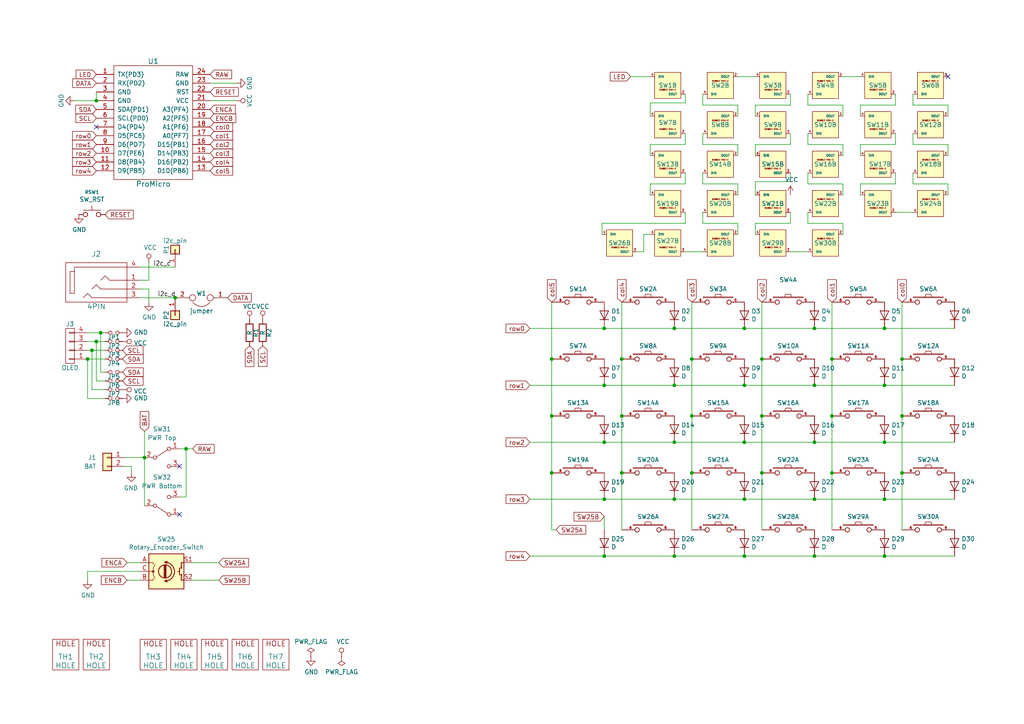
<source format=kicad_sch>
(kicad_sch (version 20211123) (generator eeschema)
  (paper "A4")
  (junction (at 195.58 128.27))
  (junction (at 50.8 86.36))
  (junction (at 160.02 120.65))
  (junction (at 41.91 132.715))
  (junction (at 261.62 104.14))
  (junction (at 195.58 111.76))
  (junction (at 256.54 128.27))
  (junction (at 256.54 161.29))
  (junction (at 160.02 104.14))
  (junction (at 27.94 99.06))
  (junction (at 29.21 96.52))
  (junction (at 200.66 104.14))
  (junction (at 236.22 128.27))
  (junction (at 220.98 137.16))
  (junction (at 236.22 95.25))
  (junction (at 160.02 137.16))
  (junction (at 175.26 128.27))
  (junction (at 195.58 95.25))
  (junction (at 256.54 111.76))
  (junction (at 200.66 137.16))
  (junction (at 261.62 137.16))
  (junction (at 220.98 104.14))
  (junction (at 236.22 111.76))
  (junction (at 175.26 144.78))
  (junction (at 180.34 104.14))
  (junction (at 256.54 95.25))
  (junction (at 215.9 95.25))
  (junction (at 241.3 120.65))
  (junction (at 215.9 128.27))
  (junction (at 195.58 144.78))
  (junction (at 236.22 144.78))
  (junction (at 215.9 144.78))
  (junction (at 175.26 111.76))
  (junction (at 27.94 29.21))
  (junction (at 175.26 95.25))
  (junction (at 220.98 120.65))
  (junction (at 200.66 120.65))
  (junction (at 195.58 161.29))
  (junction (at 25.4 104.14))
  (junction (at 180.34 137.16))
  (junction (at 53.975 130.175))
  (junction (at 256.54 144.78))
  (junction (at 241.3 104.14))
  (junction (at 26.67 101.6))
  (junction (at 215.9 111.76))
  (junction (at 241.3 137.16))
  (junction (at 180.34 120.65))
  (junction (at 215.9 161.29))
  (junction (at 175.26 161.29))
  (junction (at 236.22 161.29))
  (junction (at 261.62 120.65))
  (no_connect (at 52.07 135.255))
  (no_connect (at 52.07 149.225))
  (no_connect (at 27.94 36.83))
  (no_connect (at 274.955 22.225))
  (wire (pts (xy 160.02 120.65) (xy 160.02 137.16)))
  (wire (pts (xy 175.26 149.86) (xy 175.26 153.67)))
  (wire (pts (xy 215.9 128.27) (xy 236.22 128.27)))
  (wire (pts (xy 234.315 30.48) (xy 234.315 27.305)))
  (wire (pts (xy 40.64 86.36) (xy 50.8 86.36)))
  (wire (pts (xy 41.91 125.095) (xy 41.91 132.715)))
  (wire (pts (xy 175.26 161.29) (xy 195.58 161.29)))
  (wire (pts (xy 203.835 30.48) (xy 203.835 27.305)))
  (wire (pts (xy 203.835 41.91) (xy 203.835 38.735)))
  (wire (pts (xy 203.835 53.34) (xy 203.835 50.165)))
  (wire (pts (xy 256.54 128.27) (xy 276.86 128.27)))
  (wire (pts (xy 213.995 64.77) (xy 203.835 64.77)))
  (wire (pts (xy 184.785 73.025) (xy 186.69 73.025)))
  (wire (pts (xy 229.235 27.305) (xy 229.235 30.48)))
  (wire (pts (xy 60.96 29.21) (xy 68.58 29.21)))
  (wire (pts (xy 25.4 99.06) (xy 27.94 99.06)))
  (wire (pts (xy 52.07 144.145) (xy 53.975 144.145)))
  (wire (pts (xy 186.69 67.945) (xy 188.595 67.945)))
  (wire (pts (xy 188.595 41.91) (xy 188.595 45.085)))
  (wire (pts (xy 220.98 120.65) (xy 220.98 137.16)))
  (wire (pts (xy 52.07 130.175) (xy 53.975 130.175)))
  (wire (pts (xy 198.755 50.165) (xy 198.755 53.34)))
  (wire (pts (xy 25.4 115.57) (xy 30.48 115.57)))
  (wire (pts (xy 27.94 110.49) (xy 30.48 110.49)))
  (wire (pts (xy 274.955 45.085) (xy 274.955 41.91)))
  (wire (pts (xy 236.22 128.27) (xy 256.54 128.27)))
  (wire (pts (xy 160.02 153.67) (xy 161.29 153.67)))
  (wire (pts (xy 215.9 111.76) (xy 236.22 111.76)))
  (wire (pts (xy 53.975 144.145) (xy 53.975 130.175)))
  (wire (pts (xy 55.88 163.195) (xy 63.5 163.195)))
  (wire (pts (xy 41.91 132.715) (xy 41.91 146.685)))
  (wire (pts (xy 241.3 137.16) (xy 241.3 120.65)))
  (wire (pts (xy 43.18 81.28) (xy 40.64 81.28)))
  (wire (pts (xy 213.995 33.655) (xy 213.995 30.48)))
  (wire (pts (xy 244.475 64.77) (xy 234.315 64.77)))
  (wire (pts (xy 27.94 26.67) (xy 27.94 29.21)))
  (wire (pts (xy 200.66 104.14) (xy 200.66 120.65)))
  (wire (pts (xy 234.315 64.77) (xy 234.315 61.595)))
  (wire (pts (xy 213.995 30.48) (xy 203.835 30.48)))
  (wire (pts (xy 256.54 161.29) (xy 276.86 161.29)))
  (wire (pts (xy 38.1 137.16) (xy 38.1 135.255)))
  (wire (pts (xy 219.075 41.91) (xy 219.075 45.085)))
  (wire (pts (xy 195.58 128.27) (xy 175.26 128.27)))
  (wire (pts (xy 25.4 104.14) (xy 25.4 115.57)))
  (wire (pts (xy 198.755 41.91) (xy 188.595 41.91)))
  (wire (pts (xy 198.755 73.025) (xy 203.835 73.025)))
  (wire (pts (xy 195.58 95.25) (xy 215.9 95.25)))
  (wire (pts (xy 40.64 77.47) (xy 50.8 77.47)))
  (wire (pts (xy 198.755 64.77) (xy 174.625 64.77)))
  (wire (pts (xy 229.235 52.705) (xy 219.075 52.705)))
  (wire (pts (xy 229.235 61.595) (xy 229.235 64.77)))
  (wire (pts (xy 160.02 87.63) (xy 160.02 104.14)))
  (wire (pts (xy 244.475 53.34) (xy 234.315 53.34)))
  (wire (pts (xy 43.18 83.82) (xy 43.18 87.63)))
  (wire (pts (xy 188.595 53.34) (xy 188.595 56.515)))
  (wire (pts (xy 249.555 30.48) (xy 249.555 33.655)))
  (wire (pts (xy 198.755 53.34) (xy 188.595 53.34)))
  (wire (pts (xy 261.62 104.14) (xy 261.62 87.63)))
  (wire (pts (xy 256.54 95.25) (xy 276.86 95.25)))
  (wire (pts (xy 186.69 73.025) (xy 186.69 67.945)))
  (wire (pts (xy 261.62 120.65) (xy 261.62 104.14)))
  (wire (pts (xy 249.555 53.34) (xy 249.555 56.515)))
  (wire (pts (xy 40.64 165.735) (xy 25.4 165.735)))
  (wire (pts (xy 160.02 104.14) (xy 160.02 120.65)))
  (wire (pts (xy 182.88 22.225) (xy 188.595 22.225)))
  (wire (pts (xy 244.475 56.515) (xy 244.475 53.34)))
  (wire (pts (xy 25.4 101.6) (xy 26.67 101.6)))
  (wire (pts (xy 229.235 30.48) (xy 219.075 30.48)))
  (wire (pts (xy 264.795 41.91) (xy 264.795 38.735)))
  (wire (pts (xy 195.58 95.25) (xy 175.26 95.25)))
  (wire (pts (xy 259.715 53.34) (xy 249.555 53.34)))
  (wire (pts (xy 53.975 130.175) (xy 55.88 130.175)))
  (wire (pts (xy 259.715 61.595) (xy 264.795 61.595)))
  (wire (pts (xy 195.58 161.29) (xy 215.9 161.29)))
  (wire (pts (xy 200.66 137.16) (xy 200.66 153.67)))
  (wire (pts (xy 36.83 163.195) (xy 40.64 163.195)))
  (wire (pts (xy 256.54 95.25) (xy 236.22 95.25)))
  (wire (pts (xy 198.755 38.735) (xy 198.755 41.91)))
  (wire (pts (xy 213.995 41.91) (xy 203.835 41.91)))
  (wire (pts (xy 259.715 38.735) (xy 259.715 41.91)))
  (wire (pts (xy 175.26 95.25) (xy 153.67 95.25)))
  (wire (pts (xy 229.235 41.91) (xy 219.075 41.91)))
  (wire (pts (xy 249.555 41.91) (xy 249.555 45.085)))
  (wire (pts (xy 219.075 64.77) (xy 219.075 67.945)))
  (wire (pts (xy 180.34 137.16) (xy 180.34 153.67)))
  (wire (pts (xy 38.1 135.255) (xy 36.195 135.255)))
  (wire (pts (xy 29.21 96.52) (xy 30.48 96.52)))
  (wire (pts (xy 220.98 104.14) (xy 220.98 120.65)))
  (wire (pts (xy 274.955 53.34) (xy 264.795 53.34)))
  (wire (pts (xy 229.235 73.025) (xy 234.315 73.025)))
  (wire (pts (xy 213.995 45.085) (xy 213.995 41.91)))
  (wire (pts (xy 180.34 87.63) (xy 180.34 104.14)))
  (wire (pts (xy 36.195 132.715) (xy 41.91 132.715)))
  (wire (pts (xy 25.4 96.52) (xy 29.21 96.52)))
  (wire (pts (xy 195.58 111.76) (xy 215.9 111.76)))
  (wire (pts (xy 174.625 64.77) (xy 174.625 67.945)))
  (wire (pts (xy 219.075 30.48) (xy 219.075 33.655)))
  (wire (pts (xy 256.54 111.76) (xy 276.86 111.76)))
  (wire (pts (xy 36.83 168.275) (xy 40.64 168.275)))
  (wire (pts (xy 29.21 107.95) (xy 30.48 107.95)))
  (wire (pts (xy 203.835 64.77) (xy 203.835 61.595)))
  (wire (pts (xy 180.34 120.65) (xy 180.34 137.16)))
  (wire (pts (xy 259.715 30.48) (xy 249.555 30.48)))
  (wire (pts (xy 241.3 87.63) (xy 241.3 104.14)))
  (wire (pts (xy 213.995 67.945) (xy 213.995 64.77)))
  (wire (pts (xy 236.22 161.29) (xy 256.54 161.29)))
  (wire (pts (xy 26.67 101.6) (xy 26.67 113.03)))
  (wire (pts (xy 241.3 104.14) (xy 241.3 120.65)))
  (wire (pts (xy 27.94 29.21) (xy 21.59 29.21)))
  (wire (pts (xy 244.475 33.655) (xy 244.475 30.48)))
  (wire (pts (xy 200.66 120.65) (xy 200.66 137.16)))
  (wire (pts (xy 26.67 101.6) (xy 30.48 101.6)))
  (wire (pts (xy 274.955 41.91) (xy 264.795 41.91)))
  (wire (pts (xy 274.955 33.655) (xy 274.955 30.48)))
  (wire (pts (xy 27.94 99.06) (xy 30.48 99.06)))
  (wire (pts (xy 195.58 111.76) (xy 175.26 111.76)))
  (wire (pts (xy 30.48 104.14) (xy 25.4 104.14)))
  (wire (pts (xy 43.18 76.2) (xy 43.18 81.28)))
  (wire (pts (xy 60.96 24.13) (xy 68.58 24.13)))
  (wire (pts (xy 213.995 22.225) (xy 219.075 22.225)))
  (wire (pts (xy 229.235 38.735) (xy 229.235 41.91)))
  (wire (pts (xy 234.315 41.91) (xy 234.315 38.735)))
  (wire (pts (xy 244.475 30.48) (xy 234.315 30.48)))
  (wire (pts (xy 264.795 53.34) (xy 264.795 50.165)))
  (wire (pts (xy 27.94 99.06) (xy 27.94 110.49)))
  (wire (pts (xy 261.62 120.65) (xy 261.62 137.16)))
  (wire (pts (xy 236.22 111.76) (xy 256.54 111.76)))
  (wire (pts (xy 219.075 52.705) (xy 219.075 56.515)))
  (wire (pts (xy 29.21 96.52) (xy 29.21 107.95)))
  (wire (pts (xy 40.64 83.82) (xy 43.18 83.82)))
  (wire (pts (xy 261.62 137.16) (xy 261.62 153.67)))
  (wire (pts (xy 175.26 111.76) (xy 153.67 111.76)))
  (wire (pts (xy 259.715 50.165) (xy 259.715 53.34)))
  (wire (pts (xy 259.715 41.91) (xy 249.555 41.91)))
  (wire (pts (xy 26.67 113.03) (xy 30.48 113.03)))
  (wire (pts (xy 256.54 144.78) (xy 276.86 144.78)))
  (wire (pts (xy 188.595 29.845) (xy 188.595 33.655)))
  (wire (pts (xy 195.58 144.78) (xy 215.9 144.78)))
  (wire (pts (xy 274.955 56.515) (xy 274.955 53.34)))
  (wire (pts (xy 180.34 104.14) (xy 180.34 120.65)))
  (wire (pts (xy 259.715 27.305) (xy 259.715 30.48)))
  (wire (pts (xy 153.67 161.29) (xy 175.26 161.29)))
  (wire (pts (xy 264.795 30.48) (xy 264.795 27.305)))
  (wire (pts (xy 244.475 41.91) (xy 234.315 41.91)))
  (wire (pts (xy 195.58 144.78) (xy 175.26 144.78)))
  (wire (pts (xy 213.995 53.34) (xy 203.835 53.34)))
  (wire (pts (xy 241.3 137.16) (xy 241.3 153.67)))
  (wire (pts (xy 200.66 87.63) (xy 200.66 104.14)))
  (wire (pts (xy 215.9 144.78) (xy 236.22 144.78)))
  (wire (pts (xy 198.755 27.305) (xy 198.755 29.845)))
  (wire (pts (xy 220.98 137.16) (xy 220.98 153.67)))
  (wire (pts (xy 244.475 45.085) (xy 244.475 41.91)))
  (wire (pts (xy 215.9 161.29) (xy 236.22 161.29)))
  (wire (pts (xy 229.235 64.77) (xy 219.075 64.77)))
  (wire (pts (xy 244.475 22.225) (xy 249.555 22.225)))
  (wire (pts (xy 274.955 30.48) (xy 264.795 30.48)))
  (wire (pts (xy 229.235 50.165) (xy 229.235 52.705)))
  (wire (pts (xy 198.755 61.595) (xy 198.755 64.77)))
  (wire (pts (xy 234.315 53.34) (xy 234.315 50.165)))
  (wire (pts (xy 220.98 87.63) (xy 220.98 104.14)))
  (wire (pts (xy 215.9 95.25) (xy 236.22 95.25)))
  (wire (pts (xy 175.26 128.27) (xy 153.67 128.27)))
  (wire (pts (xy 244.475 67.945) (xy 244.475 64.77)))
  (wire (pts (xy 25.4 165.735) (xy 25.4 168.275)))
  (wire (pts (xy 160.02 137.16) (xy 160.02 153.67)))
  (wire (pts (xy 55.88 168.275) (xy 63.5 168.275)))
  (wire (pts (xy 213.995 56.515) (xy 213.995 53.34)))
  (wire (pts (xy 236.22 144.78) (xy 256.54 144.78)))
  (wire (pts (xy 198.755 29.845) (xy 188.595 29.845)))
  (wire (pts (xy 195.58 128.27) (xy 215.9 128.27)))
  (wire (pts (xy 175.26 144.78) (xy 153.67 144.78)))
  (label "i2c_d" (at 45.72 86.36 0))
  (label "i2c_c" (at 44.45 77.47 0))
  (global_label "col2" (shape input) (at 220.98 87.63 90) (property "Intersheet References" "${INTERSHEET_REFS}" (effects hide)))
  (global_label "DATA" (shape input) (at 66.04 86.36 0) (property "Intersheet References" "${INTERSHEET_REFS}" (effects hide)))
  (global_label "RESET" (shape input) (at 30.48 62.23 0) (property "Intersheet References" "${INTERSHEET_REFS}" (effects hide)))
  (global_label "col4" (shape input) (at 60.96 46.99 0) (property "Intersheet References" "${INTERSHEET_REFS}" (effects hide)))
  (global_label "ENCA" (shape input) (at 60.96 31.75 0) (property "Intersheet References" "${INTERSHEET_REFS}" (effects hide)))
  (global_label "RESET" (shape input) (at 60.96 26.67 0) (property "Intersheet References" "${INTERSHEET_REFS}" (effects hide)))
  (global_label "row3" (shape input) (at 153.67 144.78 180) (property "Intersheet References" "${INTERSHEET_REFS}" (effects hide)))
  (global_label "row1" (shape input) (at 153.67 111.76 180) (property "Intersheet References" "${INTERSHEET_REFS}" (effects hide)))
  (global_label "col0" (shape input) (at 60.96 36.83 0) (property "Intersheet References" "${INTERSHEET_REFS}" (effects hide)))
  (global_label "LED" (shape input) (at 27.94 21.59 180) (property "Intersheet References" "${INTERSHEET_REFS}" (effects hide)))
  (global_label "ENCB" (shape input) (at 60.96 34.29 0) (property "Intersheet References" "${INTERSHEET_REFS}" (effects hide)))
  (global_label "SW25B" (shape input) (at 175.26 149.86 180) (property "Intersheet References" "${INTERSHEET_REFS}" (effects hide)))
  (global_label "ENCA" (shape input) (at 36.83 163.195 180) (property "Intersheet References" "${INTERSHEET_REFS}" (effects hide)))
  (global_label "SCL" (shape input) (at 76.2 100.33 270) (property "Intersheet References" "${INTERSHEET_REFS}" (effects hide)))
  (global_label "col2" (shape input) (at 60.96 41.91 0) (property "Intersheet References" "${INTERSHEET_REFS}" (effects hide)))
  (global_label "row4" (shape input) (at 27.94 49.53 180) (property "Intersheet References" "${INTERSHEET_REFS}" (effects hide)))
  (global_label "col3" (shape input) (at 200.66 87.63 90) (property "Intersheet References" "${INTERSHEET_REFS}" (effects hide)))
  (global_label "SDA" (shape input) (at 35.56 107.95 0) (property "Intersheet References" "${INTERSHEET_REFS}" (effects hide)))
  (global_label "SCL" (shape input) (at 35.56 101.6 0) (property "Intersheet References" "${INTERSHEET_REFS}" (effects hide)))
  (global_label "SCL" (shape input) (at 27.94 34.29 180) (property "Intersheet References" "${INTERSHEET_REFS}" (effects hide)))
  (global_label "DATA" (shape input) (at 27.94 24.13 180) (property "Intersheet References" "${INTERSHEET_REFS}" (effects hide)))
  (global_label "SW25B" (shape input) (at 63.5 168.275 0) (property "Intersheet References" "${INTERSHEET_REFS}" (effects hide)))
  (global_label "SW25A" (shape input) (at 161.29 153.67 0) (property "Intersheet References" "${INTERSHEET_REFS}" (effects hide)))
  (global_label "BAT" (shape input) (at 41.91 125.095 90) (property "Intersheet References" "${INTERSHEET_REFS}" (effects hide)))
  (global_label "row4" (shape input) (at 153.67 161.29 180) (property "Intersheet References" "${INTERSHEET_REFS}" (effects hide)))
  (global_label "SW25A" (shape input) (at 63.5 163.195 0) (property "Intersheet References" "${INTERSHEET_REFS}" (effects hide)))
  (global_label "row2" (shape input) (at 153.67 128.27 180) (property "Intersheet References" "${INTERSHEET_REFS}" (effects hide)))
  (global_label "row0" (shape input) (at 27.94 39.37 180) (property "Intersheet References" "${INTERSHEET_REFS}" (effects hide)))
  (global_label "col5" (shape input) (at 60.96 49.53 0) (property "Intersheet References" "${INTERSHEET_REFS}" (effects hide)))
  (global_label "SDA" (shape input) (at 27.94 31.75 180) (property "Intersheet References" "${INTERSHEET_REFS}" (effects hide)))
  (global_label "RAW" (shape input) (at 60.96 21.59 0) (property "Intersheet References" "${INTERSHEET_REFS}" (effects hide)))
  (global_label "row1" (shape input) (at 27.94 41.91 180) (property "Intersheet References" "${INTERSHEET_REFS}" (effects hide)))
  (global_label "row0" (shape input) (at 153.67 95.25 180) (property "Intersheet References" "${INTERSHEET_REFS}" (effects hide)))
  (global_label "SDA" (shape input) (at 72.39 100.33 270) (property "Intersheet References" "${INTERSHEET_REFS}" (effects hide)))
  (global_label "col1" (shape input) (at 60.96 39.37 0) (property "Intersheet References" "${INTERSHEET_REFS}" (effects hide)))
  (global_label "LED" (shape input) (at 182.88 22.225 180) (property "Intersheet References" "${INTERSHEET_REFS}" (effects hide)))
  (global_label "SCL" (shape input) (at 35.56 110.49 0) (property "Intersheet References" "${INTERSHEET_REFS}" (effects hide)))
  (global_label "row2" (shape input) (at 27.94 44.45 180) (property "Intersheet References" "${INTERSHEET_REFS}" (effects hide)))
  (global_label "RAW" (shape input) (at 55.88 130.175 0) (property "Intersheet References" "${INTERSHEET_REFS}" (effects hide)))
  (global_label "col1" (shape input) (at 241.3 87.63 90) (property "Intersheet References" "${INTERSHEET_REFS}" (effects hide)))
  (global_label "ENCB" (shape input) (at 36.83 168.275 180) (property "Intersheet References" "${INTERSHEET_REFS}" (effects hide)))
  (global_label "col5" (shape input) (at 160.02 87.63 90) (property "Intersheet References" "${INTERSHEET_REFS}" (effects hide)))
  (global_label "col3" (shape input) (at 60.96 44.45 0) (property "Intersheet References" "${INTERSHEET_REFS}" (effects hide)))
  (global_label "row3" (shape input) (at 27.94 46.99 180) (property "Intersheet References" "${INTERSHEET_REFS}" (effects hide)))
  (global_label "col0" (shape input) (at 261.62 87.63 90) (property "Intersheet References" "${INTERSHEET_REFS}" (effects hide)))
  (global_label "col4" (shape input) (at 180.34 87.63 90) (property "Intersheet References" "${INTERSHEET_REFS}" (effects hide)))
  (global_label "SDA" (shape input) (at 35.56 104.14 0) (property "Intersheet References" "${INTERSHEET_REFS}" (effects hide)))
  (symbol (lib_id "SofleKeyboard-rescue:ProMicro_2-Lily58-cache-Lily58_Pro-rescue") (at 44.45 35.56 0) (unit 1)
    (property "Reference" "U1" (at 44.45 17.78 0) (effects (font (size 1.524 1.524))))
    (property "Value" "ProMicro" (at 44.45 53.34 0) (effects (font (size 1.524 1.524))))
    (property "Footprint" "SofleKeyboard-footprint:ProMicro" (effects hide))
  )
  (symbol (lib_id "SofleKeyboard:SW_PUSH_LED") (at 187.96 153.67 0) (unit 1)
    (property "Reference" "SW26" (at 187.96 149.86 0))
    (property "Value" "SW_PUSH_LED" (effects hide))
    (property "Footprint" "SofleChoc:Choc_Hotswap_SK6812MiniE" (effects hide))
  )
  (symbol (lib_id "SofleKeyboard:SW_PUSH_LED") (at 167.64 87.63 0) (unit 1)
    (property "Reference" "SW1" (at 167.64 83.82 0))
    (property "Value" "SW_PUSH_LED" (effects hide))
    (property "Footprint" "SofleChoc:Choc_Hotswap_SK6812MiniE" (effects hide))
  )
  (symbol (lib_id "SofleKeyboard-rescue:D-Lily58-cache-Lily58_Pro-rescue") (at 175.26 91.44 90) (unit 1)
    (property "Reference" "D1" (at 177.2666 90.2716 90) (effects (justify right)))
    (property "Value" "D" (at 177.2666 92.583 90) (effects (justify right)))
    (property "Footprint" "Diode_SMD:crkbd-diode" (effects hide))
  )
  (symbol (lib_id "SofleKeyboard:SW_PUSH_LED") (at 187.96 87.63 0) (unit 1)
    (property "Reference" "SW2" (at 187.96 83.82 0))
    (property "Value" "SW_PUSH_LED" (effects hide))
    (property "Footprint" "SofleChoc:Choc_Hotswap_SK6812MiniE" (effects hide))
  )
  (symbol (lib_id "SofleKeyboard-rescue:D-Lily58-cache-Lily58_Pro-rescue") (at 195.58 91.44 90) (unit 1)
    (property "Reference" "D2" (at 197.5866 90.2716 90) (effects (justify right)))
    (property "Value" "D" (at 197.5866 92.583 90) (effects (justify right)))
    (property "Footprint" "Diode_SMD:crkbd-diode" (effects hide))
  )
  (symbol (lib_id "SofleKeyboard:SW_PUSH_LED") (at 208.28 87.63 0) (unit 1)
    (property "Reference" "SW3" (at 208.28 83.82 0))
    (property "Value" "SW_PUSH_LED" (effects hide))
    (property "Footprint" "SofleChoc:Choc_Hotswap_SK6812MiniE" (effects hide))
  )
  (symbol (lib_id "SofleKeyboard-rescue:D-Lily58-cache-Lily58_Pro-rescue") (at 215.9 91.44 90) (unit 1)
    (property "Reference" "D3" (at 217.9066 90.2716 90) (effects (justify right)))
    (property "Value" "D" (at 217.9066 92.583 90) (effects (justify right)))
    (property "Footprint" "Diode_SMD:crkbd-diode" (effects hide))
  )
  (symbol (lib_id "SofleKeyboard:SW_PUSH_LED") (at 228.6 87.63 0) (unit 1)
    (property "Reference" "SW4" (at 228.6 81.153 0))
    (property "Value" "SW_PUSH_LED" (effects hide))
    (property "Footprint" "SofleChoc:Choc_Hotswap_SK6812MiniE" (effects hide))
  )
  (symbol (lib_id "SofleKeyboard-rescue:D-Lily58-cache-Lily58_Pro-rescue") (at 236.22 91.44 90) (unit 1)
    (property "Reference" "D4" (at 238.2266 90.2716 90) (effects (justify right)))
    (property "Value" "D" (at 238.2266 92.583 90) (effects (justify right)))
    (property "Footprint" "Diode_SMD:crkbd-diode" (effects hide))
  )
  (symbol (lib_id "SofleKeyboard:SW_PUSH_LED") (at 248.92 87.63 0) (unit 1)
    (property "Reference" "SW5" (at 248.92 83.82 0))
    (property "Value" "SW_PUSH_LED" (effects hide))
    (property "Footprint" "SofleChoc:Choc_Hotswap_SK6812MiniE" (effects hide))
  )
  (symbol (lib_id "SofleKeyboard-rescue:D-Lily58-cache-Lily58_Pro-rescue") (at 256.54 91.44 90) (unit 1)
    (property "Reference" "D5" (at 258.5466 90.2716 90) (effects (justify right)))
    (property "Value" "D" (at 258.5466 92.583 90) (effects (justify right)))
    (property "Footprint" "Diode_SMD:crkbd-diode" (effects hide))
  )
  (symbol (lib_id "SofleKeyboard:SW_PUSH_LED") (at 269.24 87.63 0) (unit 1)
    (property "Reference" "SW6" (at 269.24 83.82 0))
    (property "Value" "SW_PUSH_LED" (effects hide))
    (property "Footprint" "SofleChoc:Choc_Hotswap_SK6812MiniE" (effects hide))
  )
  (symbol (lib_id "SofleKeyboard-rescue:D-Lily58-cache-Lily58_Pro-rescue") (at 276.86 91.44 90) (unit 1)
    (property "Reference" "D6" (at 278.8666 90.2716 90) (effects (justify right)))
    (property "Value" "D" (at 278.8666 92.583 90) (effects (justify right)))
    (property "Footprint" "Diode_SMD:crkbd-diode" (effects hide))
  )
  (symbol (lib_id "SofleKeyboard:SW_PUSH_LED") (at 187.96 104.14 0) (unit 1)
    (property "Reference" "SW8" (at 187.96 100.33 0))
    (property "Value" "SW_PUSH_LED" (effects hide))
    (property "Footprint" "SofleChoc:Choc_Hotswap_SK6812MiniE" (effects hide))
  )
  (symbol (lib_id "SofleKeyboard:SW_PUSH_LED") (at 208.28 104.14 0) (unit 1)
    (property "Reference" "SW9" (at 208.28 100.33 0))
    (property "Value" "SW_PUSH_LED" (effects hide))
    (property "Footprint" "SofleChoc:Choc_Hotswap_SK6812MiniE" (effects hide))
  )
  (symbol (lib_id "SofleKeyboard:SW_PUSH_LED") (at 228.6 104.14 0) (unit 1)
    (property "Reference" "SW10" (at 228.6 100.33 0))
    (property "Value" "SW_PUSH_LED" (effects hide))
    (property "Footprint" "SofleChoc:Choc_Hotswap_SK6812MiniE" (effects hide))
  )
  (symbol (lib_id "SofleKeyboard:SW_PUSH_LED") (at 248.92 104.14 0) (unit 1)
    (property "Reference" "SW11" (at 248.92 100.33 0))
    (property "Value" "SW_PUSH_LED" (effects hide))
    (property "Footprint" "SofleChoc:Choc_Hotswap_SK6812MiniE" (effects hide))
  )
  (symbol (lib_id "SofleKeyboard:SW_PUSH_LED") (at 269.24 104.14 0) (unit 1)
    (property "Reference" "SW12" (at 269.24 100.33 0))
    (property "Value" "SW_PUSH_LED" (effects hide))
    (property "Footprint" "SofleChoc:Choc_Hotswap_SK6812MiniE" (effects hide))
  )
  (symbol (lib_id "SofleKeyboard:SW_PUSH_LED") (at 167.64 104.14 0) (unit 1)
    (property "Reference" "SW7" (at 167.64 100.33 0))
    (property "Value" "SW_PUSH_LED" (effects hide))
    (property "Footprint" "SofleChoc:Choc_Hotswap_SK6812MiniE" (effects hide))
  )
  (symbol (lib_id "SofleKeyboard-rescue:D-Lily58-cache-Lily58_Pro-rescue") (at 175.26 107.95 90) (unit 1)
    (property "Reference" "D7" (at 177.2666 106.7816 90) (effects (justify right)))
    (property "Value" "D" (at 177.2666 109.093 90) (effects (justify right)))
    (property "Footprint" "Diode_SMD:crkbd-diode" (effects hide))
  )
  (symbol (lib_id "SofleKeyboard-rescue:D-Lily58-cache-Lily58_Pro-rescue") (at 195.58 107.95 90) (unit 1)
    (property "Reference" "D8" (at 197.5866 106.7816 90) (effects (justify right)))
    (property "Value" "D" (at 197.5866 109.093 90) (effects (justify right)))
    (property "Footprint" "Diode_SMD:crkbd-diode" (effects hide))
  )
  (symbol (lib_id "SofleKeyboard-rescue:D-Lily58-cache-Lily58_Pro-rescue") (at 215.9 107.95 90) (unit 1)
    (property "Reference" "D9" (at 217.9066 106.7816 90) (effects (justify right)))
    (property "Value" "D" (at 217.9066 109.093 90) (effects (justify right)))
    (property "Footprint" "Diode_SMD:crkbd-diode" (effects hide))
  )
  (symbol (lib_id "SofleKeyboard-rescue:D-Lily58-cache-Lily58_Pro-rescue") (at 236.22 107.95 90) (unit 1)
    (property "Reference" "D10" (at 238.2266 106.7816 90) (effects (justify right)))
    (property "Value" "D" (at 238.2266 109.093 90) (effects (justify right)))
    (property "Footprint" "Diode_SMD:crkbd-diode" (effects hide))
  )
  (symbol (lib_id "SofleKeyboard-rescue:D-Lily58-cache-Lily58_Pro-rescue") (at 256.54 107.95 90) (unit 1)
    (property "Reference" "D11" (at 258.5466 106.7816 90) (effects (justify right)))
    (property "Value" "D" (at 258.5466 109.093 90) (effects (justify right)))
    (property "Footprint" "Diode_SMD:crkbd-diode" (effects hide))
  )
  (symbol (lib_id "SofleKeyboard-rescue:D-Lily58-cache-Lily58_Pro-rescue") (at 276.86 107.95 90) (unit 1)
    (property "Reference" "D12" (at 278.8666 106.7816 90) (effects (justify right)))
    (property "Value" "D" (at 278.8666 109.093 90) (effects (justify right)))
    (property "Footprint" "Diode_SMD:crkbd-diode" (effects hide))
  )
  (symbol (lib_id "SofleKeyboard:SW_PUSH_LED") (at 167.64 120.65 0) (unit 1)
    (property "Reference" "SW13" (at 167.64 116.84 0))
    (property "Value" "SW_PUSH_LED" (effects hide))
    (property "Footprint" "SofleChoc:Choc_Hotswap_SK6812MiniE" (effects hide))
  )
  (symbol (lib_id "SofleKeyboard:SW_PUSH_LED") (at 187.96 120.65 0) (unit 1)
    (property "Reference" "SW14" (at 187.96 116.84 0))
    (property "Value" "SW_PUSH_LED" (effects hide))
    (property "Footprint" "SofleChoc:Choc_Hotswap_SK6812MiniE" (effects hide))
  )
  (symbol (lib_id "SofleKeyboard:SW_PUSH_LED") (at 208.28 120.65 0) (unit 1)
    (property "Reference" "SW15" (at 208.28 116.84 0))
    (property "Value" "SW_PUSH_LED" (effects hide))
    (property "Footprint" "SofleChoc:Choc_Hotswap_SK6812MiniE" (effects hide))
  )
  (symbol (lib_id "SofleKeyboard:SW_PUSH_LED") (at 228.6 120.65 0) (unit 1)
    (property "Reference" "SW16" (at 228.6 116.84 0))
    (property "Value" "SW_PUSH_LED" (effects hide))
    (property "Footprint" "SofleChoc:Choc_Hotswap_SK6812MiniE" (effects hide))
  )
  (symbol (lib_id "SofleKeyboard:SW_PUSH_LED") (at 248.92 120.65 0) (unit 1)
    (property "Reference" "SW17" (at 248.92 116.84 0))
    (property "Value" "SW_PUSH_LED" (effects hide))
    (property "Footprint" "SofleChoc:Choc_Hotswap_SK6812MiniE" (effects hide))
  )
  (symbol (lib_id "SofleKeyboard:SW_PUSH_LED") (at 269.24 120.65 0) (unit 1)
    (property "Reference" "SW18" (at 269.24 116.84 0))
    (property "Value" "SW_PUSH_LED" (effects hide))
    (property "Footprint" "SofleChoc:Choc_Hotswap_SK6812MiniE" (effects hide))
  )
  (symbol (lib_id "SofleKeyboard-rescue:D-Lily58-cache-Lily58_Pro-rescue") (at 175.26 124.46 90) (unit 1)
    (property "Reference" "D13" (at 177.2666 123.2916 90) (effects (justify right)))
    (property "Value" "D" (at 177.2666 125.603 90) (effects (justify right)))
    (property "Footprint" "Diode_SMD:crkbd-diode" (effects hide))
  )
  (symbol (lib_id "SofleKeyboard-rescue:D-Lily58-cache-Lily58_Pro-rescue") (at 195.58 124.46 90) (unit 1)
    (property "Reference" "D14" (at 197.5866 123.2916 90) (effects (justify right)))
    (property "Value" "D" (at 197.5866 125.603 90) (effects (justify right)))
    (property "Footprint" "Diode_SMD:crkbd-diode" (effects hide))
  )
  (symbol (lib_id "SofleKeyboard-rescue:D-Lily58-cache-Lily58_Pro-rescue") (at 215.9 124.46 90) (unit 1)
    (property "Reference" "D15" (at 217.9066 123.2916 90) (effects (justify right)))
    (property "Value" "D" (at 217.9066 125.603 90) (effects (justify right)))
    (property "Footprint" "Diode_SMD:crkbd-diode" (effects hide))
  )
  (symbol (lib_id "SofleKeyboard-rescue:D-Lily58-cache-Lily58_Pro-rescue") (at 236.22 124.46 90) (unit 1)
    (property "Reference" "D16" (at 238.2266 123.2916 90) (effects (justify right)))
    (property "Value" "D" (at 238.2266 125.603 90) (effects (justify right)))
    (property "Footprint" "Diode_SMD:crkbd-diode" (effects hide))
  )
  (symbol (lib_id "SofleKeyboard-rescue:D-Lily58-cache-Lily58_Pro-rescue") (at 256.54 124.46 90) (unit 1)
    (property "Reference" "D17" (at 258.5466 123.2916 90) (effects (justify right)))
    (property "Value" "D" (at 258.5466 125.603 90) (effects (justify right)))
    (property "Footprint" "Diode_SMD:crkbd-diode" (effects hide))
  )
  (symbol (lib_id "SofleKeyboard-rescue:D-Lily58-cache-Lily58_Pro-rescue") (at 276.86 124.46 90) (unit 1)
    (property "Reference" "D18" (at 278.8666 123.2916 90) (effects (justify right)))
    (property "Value" "D" (at 278.8666 125.603 90) (effects (justify right)))
    (property "Footprint" "Diode_SMD:crkbd-diode" (effects hide))
  )
  (symbol (lib_id "SofleKeyboard:SW_PUSH_LED") (at 208.28 137.16 0) (unit 1)
    (property "Reference" "SW21" (at 208.28 133.35 0))
    (property "Value" "SW_PUSH_LED" (effects hide))
    (property "Footprint" "SofleChoc:Choc_Hotswap_SK6812MiniE" (effects hide))
  )
  (symbol (lib_id "SofleKeyboard:SW_PUSH_LED") (at 228.6 137.16 0) (unit 1)
    (property "Reference" "SW22" (at 228.6 133.35 0))
    (property "Value" "SW_PUSH_LED" (effects hide))
    (property "Footprint" "SofleChoc:Choc_Hotswap_SK6812MiniE" (effects hide))
  )
  (symbol (lib_id "SofleKeyboard:SW_PUSH_LED") (at 248.92 137.16 0) (unit 1)
    (property "Reference" "SW23" (at 248.92 133.35 0))
    (property "Value" "SW_PUSH_LED" (effects hide))
    (property "Footprint" "SofleChoc:Choc_Hotswap_SK6812MiniE" (effects hide))
  )
  (symbol (lib_id "SofleKeyboard:SW_PUSH_LED") (at 269.24 137.16 0) (unit 1)
    (property "Reference" "SW24" (at 269.24 133.35 0))
    (property "Value" "SW_PUSH_LED" (effects hide))
    (property "Footprint" "SofleChoc:Choc_Hotswap_SK6812MiniE" (effects hide))
  )
  (symbol (lib_id "SofleKeyboard:SW_PUSH_LED") (at 187.96 137.16 0) (unit 1)
    (property "Reference" "SW20" (at 187.96 133.35 0))
    (property "Value" "SW_PUSH_LED" (effects hide))
    (property "Footprint" "SofleChoc:Choc_Hotswap_SK6812MiniE" (effects hide))
  )
  (symbol (lib_id "SofleKeyboard:SW_PUSH_LED") (at 167.64 137.16 0) (unit 1)
    (property "Reference" "SW19" (at 167.64 133.35 0))
    (property "Value" "SW_PUSH_LED" (effects hide))
    (property "Footprint" "SofleChoc:Choc_Hotswap_SK6812MiniE" (effects hide))
  )
  (symbol (lib_id "SofleKeyboard-rescue:D-Lily58-cache-Lily58_Pro-rescue") (at 175.26 140.97 90) (unit 1)
    (property "Reference" "D19" (at 177.2666 139.8016 90) (effects (justify right)))
    (property "Value" "D" (at 177.2666 142.113 90) (effects (justify right)))
    (property "Footprint" "Diode_SMD:crkbd-diode" (effects hide))
  )
  (symbol (lib_id "SofleKeyboard-rescue:D-Lily58-cache-Lily58_Pro-rescue") (at 195.58 140.97 90) (unit 1)
    (property "Reference" "D20" (at 197.5866 139.8016 90) (effects (justify right)))
    (property "Value" "D" (at 197.5866 142.113 90) (effects (justify right)))
    (property "Footprint" "Diode_SMD:crkbd-diode" (effects hide))
  )
  (symbol (lib_id "SofleKeyboard-rescue:D-Lily58-cache-Lily58_Pro-rescue") (at 215.9 140.97 90) (unit 1)
    (property "Reference" "D21" (at 217.9066 139.8016 90) (effects (justify right)))
    (property "Value" "D" (at 217.9066 142.113 90) (effects (justify right)))
    (property "Footprint" "Diode_SMD:crkbd-diode" (effects hide))
  )
  (symbol (lib_id "SofleKeyboard-rescue:D-Lily58-cache-Lily58_Pro-rescue") (at 236.22 140.97 90) (unit 1)
    (property "Reference" "D22" (at 238.2266 139.8016 90) (effects (justify right)))
    (property "Value" "D" (at 238.2266 142.113 90) (effects (justify right)))
    (property "Footprint" "Diode_SMD:crkbd-diode" (effects hide))
  )
  (symbol (lib_id "SofleKeyboard-rescue:D-Lily58-cache-Lily58_Pro-rescue") (at 256.54 140.97 90) (unit 1)
    (property "Reference" "D23" (at 258.5466 139.8016 90) (effects (justify right)))
    (property "Value" "D" (at 258.5466 142.113 90) (effects (justify right)))
    (property "Footprint" "Diode_SMD:crkbd-diode" (effects hide))
  )
  (symbol (lib_id "SofleKeyboard-rescue:D-Lily58-cache-Lily58_Pro-rescue") (at 276.86 140.97 90) (unit 1)
    (property "Reference" "D24" (at 278.8666 139.8016 90) (effects (justify right)))
    (property "Value" "D" (at 278.8666 142.113 90) (effects (justify right)))
    (property "Footprint" "Diode_SMD:crkbd-diode" (effects hide))
  )
  (symbol (lib_id "SofleKeyboard:SW_PUSH_LED") (at 208.28 153.67 0) (unit 1)
    (property "Reference" "SW27" (at 208.28 149.86 0))
    (property "Value" "SW_PUSH_LED" (effects hide))
    (property "Footprint" "SofleChoc:Choc_Hotswap_SK6812MiniE" (effects hide))
  )
  (symbol (lib_id "SofleKeyboard:SW_PUSH_LED") (at 228.6 153.67 0) (unit 1)
    (property "Reference" "SW28" (at 228.6 149.86 0))
    (property "Value" "SW_PUSH_LED" (effects hide))
    (property "Footprint" "SofleChoc:Choc_Hotswap_SK6812MiniE" (effects hide))
  )
  (symbol (lib_id "SofleKeyboard:SW_PUSH_LED") (at 248.92 153.67 0) (unit 1)
    (property "Reference" "SW29" (at 248.92 149.86 0))
    (property "Value" "SW_PUSH_LED" (effects hide))
    (property "Footprint" "SofleChoc:Choc_Hotswap_SK6812MiniE" (effects hide))
  )
  (symbol (lib_id "SofleKeyboard-rescue:D-Lily58-cache-Lily58_Pro-rescue") (at 175.26 157.48 90) (unit 1)
    (property "Reference" "D25" (at 177.2666 156.3116 90) (effects (justify right)))
    (property "Value" "D" (at 177.2666 158.623 90) (effects (justify right)))
    (property "Footprint" "Diode_SMD:crkbd-diode" (effects hide))
  )
  (symbol (lib_id "SofleKeyboard-rescue:D-Lily58-cache-Lily58_Pro-rescue") (at 195.58 157.48 90) (unit 1)
    (property "Reference" "D26" (at 197.5866 156.3116 90) (effects (justify right)))
    (property "Value" "D" (at 197.5866 158.623 90) (effects (justify right)))
    (property "Footprint" "Diode_SMD:crkbd-diode" (effects hide))
  )
  (symbol (lib_id "SofleKeyboard-rescue:D-Lily58-cache-Lily58_Pro-rescue") (at 215.9 157.48 90) (unit 1)
    (property "Reference" "D27" (at 217.9066 156.3116 90) (effects (justify right)))
    (property "Value" "D" (at 217.9066 158.623 90) (effects (justify right)))
    (property "Footprint" "Diode_SMD:crkbd-diode" (effects hide))
  )
  (symbol (lib_id "SofleKeyboard-rescue:D-Lily58-cache-Lily58_Pro-rescue") (at 236.22 157.48 90) (unit 1)
    (property "Reference" "D28" (at 238.2266 156.3116 90) (effects (justify right)))
    (property "Value" "D" (at 238.2266 158.623 90) (effects (justify right)))
    (property "Footprint" "Diode_SMD:crkbd-diode" (effects hide))
  )
  (symbol (lib_id "SofleKeyboard-rescue:D-Lily58-cache-Lily58_Pro-rescue") (at 256.54 157.48 90) (unit 1)
    (property "Reference" "D29" (at 258.5466 156.3116 90) (effects (justify right)))
    (property "Value" "D" (at 258.5466 158.623 90) (effects (justify right)))
    (property "Footprint" "Diode_SMD:crkbd-diode" (effects hide))
  )
  (symbol (lib_id "SofleKeyboard-rescue:VCC-Lily58-cache-Lily58_Pro-rescue") (at 68.58 29.21 270) (unit 1)
    (property "Reference" "#PWR04" (effects hide))
    (property "Value" "VCC" (at 72.39 29.21 0))
  )
  (symbol (lib_id "SofleKeyboard-rescue:VCC-Lily58-cache-Lily58_Pro-rescue") (at 72.39 92.71 0) (unit 1)
    (property "Reference" "#PWR05" (effects hide))
    (property "Value" "VCC" (at 72.39 88.9 0))
  )
  (symbol (lib_id "SofleKeyboard-rescue:VCC-Lily58-cache-Lily58_Pro-rescue") (at 76.2 92.71 0) (unit 1)
    (property "Reference" "#PWR06" (effects hide))
    (property "Value" "VCC" (at 76.2 88.9 0))
  )
  (symbol (lib_id "SofleKeyboard-rescue:R-Lily58-cache-Lily58_Pro-rescue") (at 72.39 96.52 0) (unit 1)
    (property "Reference" "R1" (at 74.93 96.52 90) (effects (justify bottom)))
    (property "Value" "R" (at 72.39 96.52 90))
    (property "Footprint" "SofleKeyboard-footprint:RESISTOR_mini" (effects hide))
  )
  (symbol (lib_id "SofleKeyboard-rescue:R-Lily58-cache-Lily58_Pro-rescue") (at 76.2 96.52 0) (unit 1)
    (property "Reference" "R2" (at 78.74 96.52 90) (effects (justify bottom)))
    (property "Value" "R" (at 76.2 96.52 90))
    (property "Footprint" "SofleKeyboard-footprint:RESISTOR_mini" (effects hide))
  )
  (symbol (lib_id "SofleKeyboard-rescue:MJ-4PP-9-Lily58-cache-Lily58_Pro-rescue") (at 29.21 81.28 0) (unit 1)
    (property "Reference" "J2" (at 27.94 73.66 0) (effects (font (size 1.524 1.524))))
    (property "Value" "4PIN" (at 27.94 88.9 0) (effects (font (size 1.524 1.524))))
    (property "Footprint" "SofleKeyboard-footprint:MJ-4PP-9" (effects hide))
  )
  (symbol (lib_id "SofleKeyboard-rescue:GND-Lily58-cache-Lily58_Pro-rescue") (at 22.86 62.23 0) (unit 1)
    (property "Reference" "#PWR010" (effects hide))
    (property "Value" "GND" (at 22.987 66.6242 0))
  )
  (symbol (lib_id "SofleKeyboard-rescue:PWR_FLAG-Lily58-cache-Lily58_Pro-rescue") (at 90.17 190.5 0) (unit 1)
    (property "Reference" "#FLG01" (effects hide))
    (property "Value" "PWR_FLAG" (at 90.17 186.0804 0))
  )
  (symbol (lib_id "SofleKeyboard-rescue:GND-Lily58-cache-Lily58_Pro-rescue") (at 90.17 190.5 0) (unit 1)
    (property "Reference" "#PWR012" (effects hide))
    (property "Value" "GND" (at 90.297 194.8942 0))
  )
  (symbol (lib_id "SofleKeyboard-rescue:VCC-Lily58-cache-Lily58_Pro-rescue") (at 99.06 190.5 0) (unit 1)
    (property "Reference" "#PWR013" (effects hide))
    (property "Value" "VCC" (at 99.4918 186.1058 0))
  )
  (symbol (lib_id "SofleKeyboard-rescue:PWR_FLAG-Lily58-cache-Lily58_Pro-rescue") (at 99.06 190.5 180) (unit 1)
    (property "Reference" "#FLG02" (effects hide))
    (property "Value" "PWR_FLAG" (at 99.06 194.8942 0))
  )
  (symbol (lib_id "SofleKeyboard-rescue:HOLE-Lily58-cache-Lily58_Pro-rescue") (at 19.05 190.5 0) (unit 1) (on_board no)
    (property "Reference" "TH1" (at 19.05 190.5 0) (effects (font (size 1.524 1.524))))
    (property "Value" "HOLE" (at 19.05 193.04 0) (effects (font (size 1.524 1.524))))
    (property "Footprint" "MountingHole:MountingHole_2.2mm_M2_ISO7380_Pad" (effects hide))
  )
  (symbol (lib_id "SofleKeyboard-rescue:HOLE-Lily58-cache-Lily58_Pro-rescue") (at 27.94 190.5 0) (unit 1) (on_board no)
    (property "Reference" "TH2" (at 27.94 190.5 0) (effects (font (size 1.524 1.524))))
    (property "Value" "HOLE" (at 27.94 193.04 0) (effects (font (size 1.524 1.524))))
    (property "Footprint" "MountingHole:MountingHole_2.2mm_M2_ISO7380_Pad" (effects hide))
  )
  (symbol (lib_id "SofleKeyboard-rescue:HOLE-Lily58-cache-Lily58_Pro-rescue") (at 53.34 190.5 0) (unit 1)
    (property "Reference" "TH4" (at 53.34 190.5 0) (effects (font (size 1.524 1.524))))
    (property "Value" "HOLE" (at 53.34 193.04 0) (effects (font (size 1.524 1.524))))
    (property "Footprint" "SofleChoc:HOLE_M2_TH_Smaller" (effects hide))
  )
  (symbol (lib_id "SofleKeyboard-rescue:HOLE-Lily58-cache-Lily58_Pro-rescue") (at 62.23 190.5 0) (unit 1)
    (property "Reference" "TH5" (at 62.23 190.5 0) (effects (font (size 1.524 1.524))))
    (property "Value" "HOLE" (at 62.23 193.04 0) (effects (font (size 1.524 1.524))))
    (property "Footprint" "SofleChoc:HOLE_M2_TH_Smaller" (effects hide))
  )
  (symbol (lib_id "SofleKeyboard-rescue:HOLE-Lily58-cache-Lily58_Pro-rescue") (at 71.12 190.5 0) (unit 1)
    (property "Reference" "TH6" (at 71.12 190.5 0) (effects (font (size 1.524 1.524))))
    (property "Value" "HOLE" (at 71.12 193.04 0) (effects (font (size 1.524 1.524))))
    (property "Footprint" "SofleChoc:HOLE_M2_TH_Smaller" (effects hide))
  )
  (symbol (lib_id "SofleKeyboard-rescue:HOLE-Lily58-cache-Lily58_Pro-rescue") (at 80.01 190.5 0) (unit 1)
    (property "Reference" "TH7" (at 80.01 190.5 0) (effects (font (size 1.524 1.524))))
    (property "Value" "HOLE" (at 80.01 193.04 0) (effects (font (size 1.524 1.524))))
    (property "Footprint" "SofleChoc:HOLE_M2_TH_Smaller" (effects hide))
  )
  (symbol (lib_id "SofleKeyboard-rescue:HOLE-Lily58-cache-Lily58_Pro-rescue") (at 44.45 190.5 0) (unit 1)
    (property "Reference" "TH3" (at 44.45 190.5 0) (effects (font (size 1.524 1.524))))
    (property "Value" "HOLE" (at 44.45 193.04 0) (effects (font (size 1.524 1.524))))
    (property "Footprint" "SofleChoc:HOLE_M2_TH_Smaller" (effects hide))
  )
  (symbol (lib_id "SofleKeyboard-rescue:GND-Lily58-cache-Lily58_Pro-rescue") (at 68.58 24.13 90) (unit 1)
    (property "Reference" "#PWR0101" (effects hide))
    (property "Value" "GND" (at 72.39 24.13 0))
  )
  (symbol (lib_id "SofleKeyboard-rescue:GND-Lily58-cache-Lily58_Pro-rescue") (at 21.59 29.21 270) (unit 1)
    (property "Reference" "#PWR0102" (effects hide))
    (property "Value" "GND" (at 17.78 29.21 0))
  )
  (symbol (lib_id "SofleKeyboard-rescue:SW_RST-Lily58-cache-Lily58_Pro-rescue") (at 26.67 62.23 0) (unit 1)
    (property "Reference" "RSW1" (at 26.67 55.7276 0) (effects (font (size 1.016 1.016))))
    (property "Value" "SW_RST" (at 26.67 57.8358 0))
    (property "Footprint" "SofleKeyboard-footprint:TACT_SWITCH_TVBP06" (effects hide))
  )
  (symbol (lib_id "SofleKeyboard-rescue:GND-power") (at 43.18 87.63 0) (unit 1)
    (property "Reference" "#PWR02" (effects hide))
    (property "Value" "GND" (at 43.307 92.0242 0))
  )
  (symbol (lib_id "SofleKeyboard-rescue:VCC-power") (at 43.18 76.2 0) (unit 1)
    (property "Reference" "#PWR01" (effects hide))
    (property "Value" "VCC" (at 43.6118 71.8058 0))
  )
  (symbol (lib_id "SofleKeyboard-rescue:i2c_pin-Lily58-cache-Lily58_Pro-rescue") (at 50.8 72.39 90) (unit 1)
    (property "Reference" "P1" (at 48.26 72.39 0))
    (property "Value" "i2c_pin" (at 50.8 69.85 90))
    (property "Footprint" "SofleKeyboard-footprint:1pin_conn" (effects hide))
  )
  (symbol (lib_id "SofleKeyboard-rescue:i2c_pin-Lily58-cache-Lily58_Pro-rescue") (at 50.8 91.44 270) (unit 1)
    (property "Reference" "P2" (at 48.26 91.44 0))
    (property "Value" "i2c_pin" (at 50.8 93.98 90))
    (property "Footprint" "SofleKeyboard-footprint:1pin_conn" (effects hide))
  )
  (symbol (lib_id "SofleKeyboard-rescue:Jumper-Device") (at 58.42 86.36 180) (unit 1)
    (property "Reference" "W1" (at 58.42 85.09 0))
    (property "Value" "jumper" (at 58.42 90.17 0))
    (property "Footprint" "Jumper:SolderJumper-2_P1.3mm_Bridged_Pad1.0x1.5mm" (effects hide))
  )
  (symbol (lib_id "SofleKeyboard-rescue:OLED-Lily58-cache-Lily58_Pro-rescue") (at 20.32 100.33 180) (unit 1)
    (property "Reference" "J3" (at 20.32 93.98 0))
    (property "Value" "OLED" (at 20.32 106.68 0))
    (property "Footprint" "SofleKeyboard-footprint:OLED_4Pin" (effects hide))
  )
  (symbol (lib_id "SofleKeyboard-rescue:Jumper_NO_Small-Device") (at 33.02 96.52 0) (unit 1)
    (property "Reference" "JP1" (at 33.02 97.79 0))
    (property "Value" "Jumper_NO_Small" (effects hide))
    (property "Footprint" "SofleKeyboard-footprint:Jumper" (effects hide))
  )
  (symbol (lib_id "SofleKeyboard-rescue:Jumper_NO_Small-Device") (at 33.02 99.06 0) (unit 1)
    (property "Reference" "JP2" (at 33.02 100.33 0))
    (property "Value" "Jumper_NO_Small" (effects hide))
    (property "Footprint" "SofleKeyboard-footprint:Jumper" (effects hide))
  )
  (symbol (lib_id "SofleKeyboard-rescue:Jumper_NO_Small-Device") (at 33.02 101.6 0) (unit 1)
    (property "Reference" "JP3" (at 33.02 102.87 0))
    (property "Value" "Jumper_NO_Small" (effects hide))
    (property "Footprint" "SofleKeyboard-footprint:Jumper" (effects hide))
  )
  (symbol (lib_id "SofleKeyboard-rescue:Jumper_NO_Small-Device") (at 33.02 104.14 0) (unit 1)
    (property "Reference" "JP4" (at 33.02 105.41 0))
    (property "Value" "Jumper_NO_Small" (effects hide))
    (property "Footprint" "SofleKeyboard-footprint:Jumper" (effects hide))
  )
  (symbol (lib_id "SofleKeyboard-rescue:Jumper_NO_Small-Device") (at 33.02 107.95 0) (unit 1)
    (property "Reference" "JP5" (at 33.02 109.22 0))
    (property "Value" "Jumper_NO_Small" (effects hide))
    (property "Footprint" "SofleKeyboard-footprint:Jumper" (effects hide))
  )
  (symbol (lib_id "SofleKeyboard-rescue:Jumper_NO_Small-Device") (at 33.02 110.49 0) (unit 1)
    (property "Reference" "JP6" (at 33.02 111.76 0))
    (property "Value" "Jumper_NO_Small" (effects hide))
    (property "Footprint" "SofleKeyboard-footprint:Jumper" (effects hide))
  )
  (symbol (lib_id "SofleKeyboard-rescue:Jumper_NO_Small-Device") (at 33.02 113.03 0) (unit 1)
    (property "Reference" "JP7" (at 33.02 114.3 0))
    (property "Value" "Jumper_NO_Small" (effects hide))
    (property "Footprint" "SofleKeyboard-footprint:Jumper" (effects hide))
  )
  (symbol (lib_id "SofleKeyboard-rescue:Jumper_NO_Small-Device") (at 33.02 115.57 0) (unit 1)
    (property "Reference" "JP8" (at 33.02 116.84 0))
    (property "Value" "Jumper_NO_Small" (effects hide))
    (property "Footprint" "SofleKeyboard-footprint:Jumper" (effects hide))
  )
  (symbol (lib_id "SofleKeyboard-rescue:GND-power") (at 35.56 96.52 90) (unit 1)
    (property "Reference" "#PWR03" (effects hide))
    (property "Value" "GND" (at 38.8112 96.393 90) (effects (justify right)))
  )
  (symbol (lib_id "SofleKeyboard-rescue:VCC-power") (at 35.56 99.06 270) (unit 1)
    (property "Reference" "#PWR09" (effects hide))
    (property "Value" "VCC" (at 38.8112 99.4918 90) (effects (justify left)))
  )
  (symbol (lib_id "SofleKeyboard-rescue:GND-power") (at 35.56 115.57 90) (unit 1)
    (property "Reference" "#PWR014" (effects hide))
    (property "Value" "GND" (at 38.8112 115.443 90) (effects (justify right)))
  )
  (symbol (lib_id "SofleKeyboard-rescue:VCC-power") (at 35.56 113.03 270) (unit 1)
    (property "Reference" "#PWR011" (effects hide))
    (property "Value" "VCC" (at 38.8112 113.4618 90) (effects (justify left)))
  )
  (symbol (lib_id "SofleKeyboard:SW_PUSH_LED") (at 269.24 153.67 0) (unit 1)
    (property "Reference" "SW30" (at 269.24 149.86 0))
    (property "Value" "SW_PUSH_LED" (effects hide))
    (property "Footprint" "SofleChoc:Choc_Hotswap_SK6812MiniE" (effects hide))
  )
  (symbol (lib_id "SofleKeyboard-rescue:D-Lily58-cache-Lily58_Pro-rescue") (at 276.86 157.48 90) (unit 1)
    (property "Reference" "D30" (at 278.8666 156.3116 90) (effects (justify right)))
    (property "Value" "D" (at 278.8666 158.623 90) (effects (justify right)))
    (property "Footprint" "Diode_SMD:crkbd-diode" (effects hide))
  )
  (symbol (lib_id "SofleKeyboard-rescue:Rotary_Encoder_Switch-Device") (at 48.26 165.735 0) (unit 1)
    (property "Reference" "SW25" (at 48.26 156.4132 0))
    (property "Value" "Rotary_Encoder_Switch" (at 48.26 158.7246 0))
    (property "Footprint" "SofleKeyboard-footprint:RotaryEncoder_Alps_EC11E-Switch_Vertical_H20mm-keebio_modified" (effects hide))
  )
  (symbol (lib_id "SofleKeyboard-rescue:GND-power") (at 25.4 168.275 0) (unit 1)
    (property "Reference" "#PWR0103" (effects hide))
    (property "Value" "GND" (at 25.527 172.6692 0))
  )
  (symbol (lib_id "SofleKeyboard:SW_PUSH_LED") (at 193.675 24.765 0) (mirror y) (unit 2)
    (property "Reference" "SW1" (at 193.675 24.765 0))
    (property "Value" "SW_PUSH_LED" (effects hide))
    (property "Footprint" "SofleChoc:Choc_Hotswap_SK6812MiniE" (effects hide))
  )
  (symbol (lib_id "SofleKeyboard:SW_PUSH_LED") (at 208.915 24.765 180) (unit 2)
    (property "Reference" "SW2" (at 208.915 24.765 0))
    (property "Value" "SW_PUSH_LED" (effects hide))
    (property "Footprint" "SofleChoc:Choc_Hotswap_SK6812MiniE" (effects hide))
  )
  (symbol (lib_id "SofleKeyboard:SW_PUSH_LED") (at 224.155 24.765 0) (mirror y) (unit 2)
    (property "Reference" "SW3" (at 224.155 24.765 0))
    (property "Value" "SW_PUSH_LED" (effects hide))
    (property "Footprint" "SofleChoc:Choc_Hotswap_SK6812MiniE" (effects hide))
  )
  (symbol (lib_id "SofleKeyboard:SW_PUSH_LED") (at 239.395 24.765 180) (unit 2)
    (property "Reference" "SW4" (at 239.395 24.765 0))
    (property "Value" "SW_PUSH_LED" (effects hide))
    (property "Footprint" "SofleChoc:Choc_Hotswap_SK6812MiniE" (effects hide))
  )
  (symbol (lib_id "SofleKeyboard:SW_PUSH_LED") (at 254.635 24.765 0) (mirror y) (unit 2)
    (property "Reference" "SW5" (at 254.635 24.765 0))
    (property "Value" "SW_PUSH_LED" (effects hide))
    (property "Footprint" "SofleChoc:Choc_Hotswap_SK6812MiniE" (effects hide))
  )
  (symbol (lib_id "SofleKeyboard:SW_PUSH_LED") (at 269.875 24.765 180) (unit 2)
    (property "Reference" "SW6" (at 269.875 24.765 0))
    (property "Value" "SW_PUSH_LED" (effects hide))
    (property "Footprint" "SofleChoc:Choc_Hotswap_SK6812MiniE" (effects hide))
  )
  (symbol (lib_id "SofleKeyboard:SW_PUSH_LED") (at 193.675 36.195 0) (mirror y) (unit 2)
    (property "Reference" "SW7" (at 193.675 35.56 0))
    (property "Value" "SW_PUSH_LED" (effects hide))
    (property "Footprint" "SofleChoc:Choc_Hotswap_SK6812MiniE" (effects hide))
  )
  (symbol (lib_id "SofleKeyboard:SW_PUSH_LED") (at 208.915 36.195 180) (unit 2)
    (property "Reference" "SW8" (at 208.915 36.195 0))
    (property "Value" "SW_PUSH_LED" (effects hide))
    (property "Footprint" "SofleChoc:Choc_Hotswap_SK6812MiniE" (effects hide))
  )
  (symbol (lib_id "SofleKeyboard:SW_PUSH_LED") (at 224.155 36.195 0) (mirror y) (unit 2)
    (property "Reference" "SW9" (at 224.155 36.195 0))
    (property "Value" "SW_PUSH_LED" (effects hide))
    (property "Footprint" "SofleChoc:Choc_Hotswap_SK6812MiniE" (effects hide))
  )
  (symbol (lib_id "SofleKeyboard:SW_PUSH_LED") (at 239.395 36.195 180) (unit 2)
    (property "Reference" "SW10" (at 239.395 36.195 0))
    (property "Value" "SW_PUSH_LED" (effects hide))
    (property "Footprint" "SofleChoc:Choc_Hotswap_SK6812MiniE" (effects hide))
  )
  (symbol (lib_id "SofleKeyboard:SW_PUSH_LED") (at 254.635 36.195 0) (mirror y) (unit 2)
    (property "Reference" "SW11" (at 254.635 36.195 0))
    (property "Value" "SW_PUSH_LED" (effects hide))
    (property "Footprint" "SofleChoc:Choc_Hotswap_SK6812MiniE" (effects hide))
  )
  (symbol (lib_id "SofleKeyboard:SW_PUSH_LED") (at 269.875 36.195 180) (unit 2)
    (property "Reference" "SW12" (at 269.875 36.195 0))
    (property "Value" "SW_PUSH_LED" (effects hide))
    (property "Footprint" "SofleChoc:Choc_Hotswap_SK6812MiniE" (effects hide))
  )
  (symbol (lib_id "SofleKeyboard:SW_PUSH_LED") (at 269.875 59.055 180) (unit 2)
    (property "Reference" "SW24" (at 269.875 59.055 0))
    (property "Value" "SW_PUSH_LED" (effects hide))
    (property "Footprint" "SofleChoc:Choc_Hotswap_SK6812MiniE" (effects hide))
  )
  (symbol (lib_id "SofleKeyboard:SW_PUSH_LED") (at 254.635 59.055 0) (mirror y) (unit 2)
    (property "Reference" "SW23" (at 254.635 59.055 0))
    (property "Value" "SW_PUSH_LED" (effects hide))
    (property "Footprint" "SofleChoc:Choc_Hotswap_SK6812MiniE" (effects hide))
  )
  (symbol (lib_id "SofleKeyboard:SW_PUSH_LED") (at 239.395 59.055 180) (unit 2)
    (property "Reference" "SW22" (at 239.395 59.055 0))
    (property "Value" "SW_PUSH_LED" (effects hide))
    (property "Footprint" "SofleChoc:Choc_Hotswap_SK6812MiniE" (effects hide))
  )
  (symbol (lib_id "SofleKeyboard:SW_PUSH_LED") (at 224.155 59.055 0) (mirror y) (unit 2)
    (property "Reference" "SW21" (at 224.155 59.055 0))
    (property "Value" "SW_PUSH_LED" (effects hide))
    (property "Footprint" "SofleChoc:Choc_Hotswap_SK6812MiniE" (effects hide))
  )
  (symbol (lib_id "SofleKeyboard:SW_PUSH_LED") (at 208.915 59.055 180) (unit 2)
    (property "Reference" "SW20" (at 208.915 59.055 0))
    (property "Value" "SW_PUSH_LED" (effects hide))
    (property "Footprint" "SofleChoc:Choc_Hotswap_SK6812MiniE" (effects hide))
  )
  (symbol (lib_id "SofleKeyboard:SW_PUSH_LED") (at 193.675 59.055 0) (mirror y) (unit 2)
    (property "Reference" "SW19" (at 193.675 59.055 0))
    (property "Value" "SW_PUSH_LED" (effects hide))
    (property "Footprint" "SofleChoc:Choc_Hotswap_SK6812MiniE" (effects hide))
  )
  (symbol (lib_id "SofleKeyboard:SW_PUSH_LED") (at 269.875 47.625 180) (unit 2)
    (property "Reference" "SW18" (at 269.875 47.625 0))
    (property "Value" "SW_PUSH_LED" (effects hide))
    (property "Footprint" "SofleChoc:Choc_Hotswap_SK6812MiniE" (effects hide))
  )
  (symbol (lib_id "SofleKeyboard:SW_PUSH_LED") (at 254.635 47.625 0) (mirror y) (unit 2)
    (property "Reference" "SW17" (at 255.27 47.625 0))
    (property "Value" "SW_PUSH_LED" (effects hide))
    (property "Footprint" "SofleChoc:Choc_Hotswap_SK6812MiniE" (effects hide))
  )
  (symbol (lib_id "SofleKeyboard:SW_PUSH_LED") (at 239.395 47.625 180) (unit 2)
    (property "Reference" "SW16" (at 239.395 47.625 0))
    (property "Value" "SW_PUSH_LED" (effects hide))
    (property "Footprint" "SofleChoc:Choc_Hotswap_SK6812MiniE" (effects hide))
  )
  (symbol (lib_id "SofleKeyboard:SW_PUSH_LED") (at 224.155 47.625 0) (mirror y) (unit 2)
    (property "Reference" "SW15" (at 224.155 47.625 0))
    (property "Value" "SW_PUSH_LED" (effects hide))
    (property "Footprint" "SofleChoc:Choc_Hotswap_SK6812MiniE" (effects hide))
  )
  (symbol (lib_id "SofleKeyboard:SW_PUSH_LED") (at 208.915 47.625 180) (unit 2)
    (property "Reference" "SW14" (at 208.915 47.625 0))
    (property "Value" "SW_PUSH_LED" (effects hide))
    (property "Footprint" "SofleChoc:Choc_Hotswap_SK6812MiniE" (effects hide))
  )
  (symbol (lib_id "SofleKeyboard:SW_PUSH_LED") (at 193.675 47.625 0) (mirror y) (unit 2)
    (property "Reference" "SW13" (at 193.675 47.625 0))
    (property "Value" "SW_PUSH_LED" (effects hide))
    (property "Footprint" "SofleChoc:Choc_Hotswap_SK6812MiniE" (effects hide))
  )
  (symbol (lib_id "SofleKeyboard:SW_PUSH_LED") (at 224.155 70.485 0) (mirror y) (unit 2)
    (property "Reference" "SW29" (at 224.155 70.485 0))
    (property "Value" "SW_PUSH_LED" (effects hide))
    (property "Footprint" "SofleChoc:Choc_Hotswap_SK6812MiniE" (effects hide))
  )
  (symbol (lib_id "SofleKeyboard:SW_PUSH_LED") (at 208.915 70.485 180) (unit 2)
    (property "Reference" "SW28" (at 208.915 70.485 0))
    (property "Value" "SW_PUSH_LED" (effects hide))
    (property "Footprint" "SofleChoc:Choc_Hotswap_SK6812MiniE" (effects hide))
  )
  (symbol (lib_id "SofleKeyboard:SW_PUSH_LED") (at 193.675 70.485 0) (mirror y) (unit 2)
    (property "Reference" "SW27" (at 193.675 69.85 0))
    (property "Value" "SW_PUSH_LED" (effects hide))
    (property "Footprint" "SofleChoc:Choc_Hotswap_SK6812MiniE" (effects hide))
  )
  (symbol (lib_id "SofleKeyboard:SW_PUSH_LED") (at 179.705 70.485 0) (mirror y) (unit 2)
    (property "Reference" "SW26" (at 179.705 70.485 0))
    (property "Value" "SW_PUSH_LED" (effects hide))
    (property "Footprint" "SofleChoc:Choc_Hotswap_SK6812MiniE" (effects hide))
  )
  (symbol (lib_id "SofleKeyboard:SW_PUSH_LED") (at 239.395 70.485 180) (unit 2)
    (property "Reference" "SW30" (at 239.395 70.485 0))
    (property "Value" "SW_PUSH_LED" (effects hide))
    (property "Footprint" "SofleChoc:Choc_Hotswap_SK6812MiniE" (effects hide))
  )
  (symbol (lib_id "power:VCC") (at 229.235 56.515 0) (unit 1)
    (property "Reference" "#PWR0104" (effects hide))
    (property "Value" "VCC" (at 229.616 52.1208 0))
  )
  (symbol (lib_id "Switch:SW_SPDT") (at 46.99 132.715 0) (unit 1)
    (property "Reference" "SW31" (at 46.99 124.46 0))
    (property "Value" "PWR Top" (at 46.99 127 0))
    (property "Footprint" "Button_Switch_SMD:SW_SPDT_PCM12" (effects hide))
  )
  (symbol (lib_id "Connector_Generic:Conn_01x02") (at 31.115 132.715 0) (mirror y) (unit 1)
    (property "Reference" "J1" (at 27.94 132.7149 0) (effects (justify left)))
    (property "Value" "BAT" (at 27.94 135.2549 0) (effects (justify left)))
    (property "Footprint" "Connector_PinHeader_2.54mm:PinHeader_1x02_P2.54mm_Vertical" (effects hide))
  )
  (symbol (lib_id "SofleKeyboard-rescue:GND-power") (at 38.1 137.16 0) (mirror y) (unit 1)
    (property "Reference" "#PWR07" (effects hide))
    (property "Value" "GND" (at 37.973 141.5542 0))
  )
  (symbol (lib_id "Switch:SW_SPDT") (at 46.99 146.685 0) (mirror x) (unit 1)
    (property "Reference" "SW32" (at 46.99 138.43 0))
    (property "Value" "PWR Bottom" (at 46.99 140.97 0))
    (property "Footprint" "Button_Switch_SMD:SW_SPDT_PCM12" (effects hide))
  )
)
</source>
